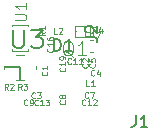
<source format=gto>
G04 #@! TF.GenerationSoftware,KiCad,Pcbnew,(5.1.0)-1*
G04 #@! TF.CreationDate,2019-05-02T19:51:03-07:00*
G04 #@! TF.ProjectId,Miniscope-v4-PYTHON480,4d696e69-7363-46f7-9065-2d76342d5059,rev?*
G04 #@! TF.SameCoordinates,PX20a5d00PY1ff2b60*
G04 #@! TF.FileFunction,Legend,Top*
G04 #@! TF.FilePolarity,Positive*
%FSLAX46Y46*%
G04 Gerber Fmt 4.6, Leading zero omitted, Abs format (unit mm)*
G04 Created by KiCad (PCBNEW (5.1.0)-1) date 2019-05-02 19:51:03*
%MOMM*%
%LPD*%
G04 APERTURE LIST*
%ADD10C,0.100000*%
%ADD11C,0.120000*%
%ADD12C,0.150000*%
%ADD13C,0.050000*%
%ADD14C,0.160000*%
%ADD15C,0.090000*%
G04 APERTURE END LIST*
D10*
X6423200Y8407400D02*
G75*
G03X6423200Y8407400I-50000J0D01*
G01*
D11*
X6309600Y8847400D02*
X7609600Y8847400D01*
X6309600Y7967400D02*
X6309600Y8847400D01*
X7609600Y7967400D02*
X6309600Y7967400D01*
X7609600Y8847400D02*
X7609600Y7967400D01*
D10*
X7571200Y7668200D02*
X7821200Y7668200D01*
X7571200Y6708200D02*
X7821200Y6708200D01*
X321000Y5229800D02*
X321000Y5539800D01*
X2981000Y5229800D02*
X2981000Y5539800D01*
X1296000Y4304800D02*
X2006000Y4304800D01*
X2006000Y6464800D02*
X1296000Y6464800D01*
D12*
X376000Y5384800D02*
X1651000Y5384800D01*
X1651000Y5384800D02*
X1651000Y4334800D01*
D10*
X2376400Y8844000D02*
X2376400Y8954000D01*
X2376400Y8954000D02*
X976400Y8954000D01*
X976400Y8954000D02*
X976400Y8844000D01*
X2376400Y6904000D02*
X2376400Y6794000D01*
X2376400Y6794000D02*
X976400Y6794000D01*
X976400Y6794000D02*
X976400Y6904000D01*
D12*
X7202380Y7916667D02*
X7916666Y7916667D01*
X8059523Y7869048D01*
X8154761Y7773810D01*
X8202380Y7630953D01*
X8202380Y7535715D01*
X7297619Y8345239D02*
X7250000Y8392858D01*
X7202380Y8488096D01*
X7202380Y8726191D01*
X7250000Y8821429D01*
X7297619Y8869048D01*
X7392857Y8916667D01*
X7488095Y8916667D01*
X7630952Y8869048D01*
X8202380Y8297620D01*
X8202380Y8916667D01*
D13*
X8146266Y8282810D02*
X7979600Y8520905D01*
X7860552Y8282810D02*
X7860552Y8782810D01*
X8051028Y8782810D01*
X8098647Y8759000D01*
X8122457Y8735191D01*
X8146266Y8687572D01*
X8146266Y8616143D01*
X8122457Y8568524D01*
X8098647Y8544715D01*
X8051028Y8520905D01*
X7860552Y8520905D01*
X8574838Y8616143D02*
X8574838Y8282810D01*
X8455790Y8806620D02*
X8336742Y8449477D01*
X8646266Y8449477D01*
X1796266Y3507610D02*
X1629600Y3745705D01*
X1510552Y3507610D02*
X1510552Y4007610D01*
X1701028Y4007610D01*
X1748647Y3983800D01*
X1772457Y3959991D01*
X1796266Y3912372D01*
X1796266Y3840943D01*
X1772457Y3793324D01*
X1748647Y3769515D01*
X1701028Y3745705D01*
X1510552Y3745705D01*
X1962933Y4007610D02*
X2272457Y4007610D01*
X2105790Y3817134D01*
X2177219Y3817134D01*
X2224838Y3793324D01*
X2248647Y3769515D01*
X2272457Y3721896D01*
X2272457Y3602848D01*
X2248647Y3555229D01*
X2224838Y3531420D01*
X2177219Y3507610D01*
X2034361Y3507610D01*
X1986742Y3531420D01*
X1962933Y3555229D01*
X653266Y3507610D02*
X486600Y3745705D01*
X367552Y3507610D02*
X367552Y4007610D01*
X558028Y4007610D01*
X605647Y3983800D01*
X629457Y3959991D01*
X653266Y3912372D01*
X653266Y3840943D01*
X629457Y3793324D01*
X605647Y3769515D01*
X558028Y3745705D01*
X367552Y3745705D01*
X843742Y3959991D02*
X867552Y3983800D01*
X915171Y4007610D01*
X1034219Y4007610D01*
X1081838Y3983800D01*
X1105647Y3959991D01*
X1129457Y3912372D01*
X1129457Y3864753D01*
X1105647Y3793324D01*
X819933Y3507610D01*
X1129457Y3507610D01*
X3756790Y8414467D02*
X3518695Y8247800D01*
X3756790Y8128753D02*
X3256790Y8128753D01*
X3256790Y8319229D01*
X3280600Y8366848D01*
X3304409Y8390658D01*
X3352028Y8414467D01*
X3423457Y8414467D01*
X3471076Y8390658D01*
X3494885Y8366848D01*
X3518695Y8319229D01*
X3518695Y8128753D01*
X3756790Y8890658D02*
X3756790Y8604943D01*
X3756790Y8747800D02*
X3256790Y8747800D01*
X3328219Y8700181D01*
X3375838Y8652562D01*
X3399647Y8604943D01*
D12*
X4545104Y6785020D02*
X4545104Y7785020D01*
X4783200Y7785020D01*
X4926057Y7737400D01*
X5021295Y7642162D01*
X5068914Y7546924D01*
X5116533Y7356448D01*
X5116533Y7213591D01*
X5068914Y7023115D01*
X5021295Y6927877D01*
X4926057Y6832639D01*
X4783200Y6785020D01*
X4545104Y6785020D01*
X6068914Y6785020D02*
X5497485Y6785020D01*
X5783200Y6785020D02*
X5783200Y7785020D01*
X5687961Y7642162D01*
X5592723Y7546924D01*
X5497485Y7499305D01*
D11*
X6170314Y6275258D02*
X6056028Y6332400D01*
X5941742Y6446686D01*
X5770314Y6618115D01*
X5656028Y6675258D01*
X5541742Y6675258D01*
X5598885Y6389543D02*
X5484600Y6446686D01*
X5370314Y6560972D01*
X5313171Y6789543D01*
X5313171Y7189543D01*
X5370314Y7418115D01*
X5484600Y7532400D01*
X5598885Y7589543D01*
X5827457Y7589543D01*
X5941742Y7532400D01*
X6056028Y7418115D01*
X6113171Y7189543D01*
X6113171Y6789543D01*
X6056028Y6560972D01*
X5941742Y6446686D01*
X5827457Y6389543D01*
X5598885Y6389543D01*
X7256028Y6389543D02*
X6570314Y6389543D01*
X6913171Y6389543D02*
X6913171Y7589543D01*
X6798885Y7418115D01*
X6684600Y7303829D01*
X6570314Y7246686D01*
D13*
X5453971Y5364172D02*
X5477780Y5340362D01*
X5501590Y5268934D01*
X5501590Y5221315D01*
X5477780Y5149886D01*
X5430161Y5102267D01*
X5382542Y5078458D01*
X5287304Y5054648D01*
X5215876Y5054648D01*
X5120638Y5078458D01*
X5073019Y5102267D01*
X5025400Y5149886D01*
X5001590Y5221315D01*
X5001590Y5268934D01*
X5025400Y5340362D01*
X5049209Y5364172D01*
X5501590Y5840362D02*
X5501590Y5554648D01*
X5501590Y5697505D02*
X5001590Y5697505D01*
X5073019Y5649886D01*
X5120638Y5602267D01*
X5144447Y5554648D01*
X5501590Y6078458D02*
X5501590Y6173696D01*
X5477780Y6221315D01*
X5453971Y6245124D01*
X5382542Y6292743D01*
X5287304Y6316553D01*
X5096828Y6316553D01*
X5049209Y6292743D01*
X5025400Y6268934D01*
X5001590Y6221315D01*
X5001590Y6126077D01*
X5025400Y6078458D01*
X5049209Y6054648D01*
X5096828Y6030839D01*
X5215876Y6030839D01*
X5263495Y6054648D01*
X5287304Y6078458D01*
X5311114Y6126077D01*
X5311114Y6221315D01*
X5287304Y6268934D01*
X5263495Y6292743D01*
X5215876Y6316553D01*
X3175971Y2205029D02*
X3152161Y2181220D01*
X3080733Y2157410D01*
X3033114Y2157410D01*
X2961685Y2181220D01*
X2914066Y2228839D01*
X2890257Y2276458D01*
X2866447Y2371696D01*
X2866447Y2443124D01*
X2890257Y2538362D01*
X2914066Y2585981D01*
X2961685Y2633600D01*
X3033114Y2657410D01*
X3080733Y2657410D01*
X3152161Y2633600D01*
X3175971Y2609791D01*
X3652161Y2157410D02*
X3366447Y2157410D01*
X3509304Y2157410D02*
X3509304Y2657410D01*
X3461685Y2585981D01*
X3414066Y2538362D01*
X3366447Y2514553D01*
X3818828Y2657410D02*
X4128352Y2657410D01*
X3961685Y2466934D01*
X4033114Y2466934D01*
X4080733Y2443124D01*
X4104542Y2419315D01*
X4128352Y2371696D01*
X4128352Y2252648D01*
X4104542Y2205029D01*
X4080733Y2181220D01*
X4033114Y2157410D01*
X3890257Y2157410D01*
X3842638Y2181220D01*
X3818828Y2205029D01*
X7366771Y5678467D02*
X7390580Y5654658D01*
X7414390Y5583229D01*
X7414390Y5535610D01*
X7390580Y5464181D01*
X7342961Y5416562D01*
X7295342Y5392753D01*
X7200104Y5368943D01*
X7128676Y5368943D01*
X7033438Y5392753D01*
X6985819Y5416562D01*
X6938200Y5464181D01*
X6914390Y5535610D01*
X6914390Y5583229D01*
X6938200Y5654658D01*
X6962009Y5678467D01*
X6962009Y5868943D02*
X6938200Y5892753D01*
X6914390Y5940372D01*
X6914390Y6059420D01*
X6938200Y6107039D01*
X6962009Y6130848D01*
X7009628Y6154658D01*
X7057247Y6154658D01*
X7128676Y6130848D01*
X7414390Y5845134D01*
X7414390Y6154658D01*
X2931466Y2814629D02*
X2907657Y2790820D01*
X2836228Y2767010D01*
X2788609Y2767010D01*
X2717180Y2790820D01*
X2669561Y2838439D01*
X2645752Y2886058D01*
X2621942Y2981296D01*
X2621942Y3052724D01*
X2645752Y3147962D01*
X2669561Y3195581D01*
X2717180Y3243200D01*
X2788609Y3267010D01*
X2836228Y3267010D01*
X2907657Y3243200D01*
X2931466Y3219391D01*
X3098133Y3267010D02*
X3407657Y3267010D01*
X3240990Y3076534D01*
X3312419Y3076534D01*
X3360038Y3052724D01*
X3383847Y3028915D01*
X3407657Y2981296D01*
X3407657Y2862248D01*
X3383847Y2814629D01*
X3360038Y2790820D01*
X3312419Y2767010D01*
X3169561Y2767010D01*
X3121942Y2790820D01*
X3098133Y2814629D01*
X7960666Y4723629D02*
X7936857Y4699820D01*
X7865428Y4676010D01*
X7817809Y4676010D01*
X7746380Y4699820D01*
X7698761Y4747439D01*
X7674952Y4795058D01*
X7651142Y4890296D01*
X7651142Y4961724D01*
X7674952Y5056962D01*
X7698761Y5104581D01*
X7746380Y5152200D01*
X7817809Y5176010D01*
X7865428Y5176010D01*
X7936857Y5152200D01*
X7960666Y5128391D01*
X8389238Y5009343D02*
X8389238Y4676010D01*
X8270190Y5199820D02*
X8151142Y4842677D01*
X8460666Y4842677D01*
X7435066Y2844029D02*
X7411257Y2820220D01*
X7339828Y2796410D01*
X7292209Y2796410D01*
X7220780Y2820220D01*
X7173161Y2867839D01*
X7149352Y2915458D01*
X7125542Y3010696D01*
X7125542Y3082124D01*
X7149352Y3177362D01*
X7173161Y3224981D01*
X7220780Y3272600D01*
X7292209Y3296410D01*
X7339828Y3296410D01*
X7411257Y3272600D01*
X7435066Y3248791D01*
X7601733Y3296410D02*
X7935066Y3296410D01*
X7720780Y2796410D01*
X5453971Y2579667D02*
X5477780Y2555858D01*
X5501590Y2484429D01*
X5501590Y2436810D01*
X5477780Y2365381D01*
X5430161Y2317762D01*
X5382542Y2293953D01*
X5287304Y2270143D01*
X5215876Y2270143D01*
X5120638Y2293953D01*
X5073019Y2317762D01*
X5025400Y2365381D01*
X5001590Y2436810D01*
X5001590Y2484429D01*
X5025400Y2555858D01*
X5049209Y2579667D01*
X5215876Y2865381D02*
X5192066Y2817762D01*
X5168257Y2793953D01*
X5120638Y2770143D01*
X5096828Y2770143D01*
X5049209Y2793953D01*
X5025400Y2817762D01*
X5001590Y2865381D01*
X5001590Y2960620D01*
X5025400Y3008239D01*
X5049209Y3032048D01*
X5096828Y3055858D01*
X5120638Y3055858D01*
X5168257Y3032048D01*
X5192066Y3008239D01*
X5215876Y2960620D01*
X5215876Y2865381D01*
X5239685Y2817762D01*
X5263495Y2793953D01*
X5311114Y2770143D01*
X5406352Y2770143D01*
X5453971Y2793953D01*
X5477780Y2817762D01*
X5501590Y2865381D01*
X5501590Y2960620D01*
X5477780Y3008239D01*
X5453971Y3032048D01*
X5406352Y3055858D01*
X5311114Y3055858D01*
X5263495Y3032048D01*
X5239685Y3008239D01*
X5215876Y2960620D01*
X2278866Y2217029D02*
X2255057Y2193220D01*
X2183628Y2169410D01*
X2136009Y2169410D01*
X2064580Y2193220D01*
X2016961Y2240839D01*
X1993152Y2288458D01*
X1969342Y2383696D01*
X1969342Y2455124D01*
X1993152Y2550362D01*
X2016961Y2597981D01*
X2064580Y2645600D01*
X2136009Y2669410D01*
X2183628Y2669410D01*
X2255057Y2645600D01*
X2278866Y2621791D01*
X2516961Y2169410D02*
X2612200Y2169410D01*
X2659819Y2193220D01*
X2683628Y2217029D01*
X2731247Y2288458D01*
X2755057Y2383696D01*
X2755057Y2574172D01*
X2731247Y2621791D01*
X2707438Y2645600D01*
X2659819Y2669410D01*
X2564580Y2669410D01*
X2516961Y2645600D01*
X2493152Y2621791D01*
X2469342Y2574172D01*
X2469342Y2455124D01*
X2493152Y2407505D01*
X2516961Y2383696D01*
X2564580Y2359886D01*
X2659819Y2359886D01*
X2707438Y2383696D01*
X2731247Y2407505D01*
X2755057Y2455124D01*
X5977771Y5714229D02*
X5953961Y5690420D01*
X5882533Y5666610D01*
X5834914Y5666610D01*
X5763485Y5690420D01*
X5715866Y5738039D01*
X5692057Y5785658D01*
X5668247Y5880896D01*
X5668247Y5952324D01*
X5692057Y6047562D01*
X5715866Y6095181D01*
X5763485Y6142800D01*
X5834914Y6166610D01*
X5882533Y6166610D01*
X5953961Y6142800D01*
X5977771Y6118991D01*
X6453961Y5666610D02*
X6168247Y5666610D01*
X6311104Y5666610D02*
X6311104Y6166610D01*
X6263485Y6095181D01*
X6215866Y6047562D01*
X6168247Y6023753D01*
X6930152Y5666610D02*
X6644438Y5666610D01*
X6787295Y5666610D02*
X6787295Y6166610D01*
X6739676Y6095181D01*
X6692057Y6047562D01*
X6644438Y6023753D01*
X7189171Y2230429D02*
X7165361Y2206620D01*
X7093933Y2182810D01*
X7046314Y2182810D01*
X6974885Y2206620D01*
X6927266Y2254239D01*
X6903457Y2301858D01*
X6879647Y2397096D01*
X6879647Y2468524D01*
X6903457Y2563762D01*
X6927266Y2611381D01*
X6974885Y2659000D01*
X7046314Y2682810D01*
X7093933Y2682810D01*
X7165361Y2659000D01*
X7189171Y2635191D01*
X7665361Y2182810D02*
X7379647Y2182810D01*
X7522504Y2182810D02*
X7522504Y2682810D01*
X7474885Y2611381D01*
X7427266Y2563762D01*
X7379647Y2539953D01*
X7855838Y2635191D02*
X7879647Y2659000D01*
X7927266Y2682810D01*
X8046314Y2682810D01*
X8093933Y2659000D01*
X8117742Y2635191D01*
X8141552Y2587572D01*
X8141552Y2539953D01*
X8117742Y2468524D01*
X7832028Y2182810D01*
X8141552Y2182810D01*
X3937771Y5030067D02*
X3961580Y5006258D01*
X3985390Y4934829D01*
X3985390Y4887210D01*
X3961580Y4815781D01*
X3913961Y4768162D01*
X3866342Y4744353D01*
X3771104Y4720543D01*
X3699676Y4720543D01*
X3604438Y4744353D01*
X3556819Y4768162D01*
X3509200Y4815781D01*
X3485390Y4887210D01*
X3485390Y4934829D01*
X3509200Y5006258D01*
X3533009Y5030067D01*
X3985390Y5506258D02*
X3985390Y5220543D01*
X3985390Y5363400D02*
X3485390Y5363400D01*
X3556819Y5315781D01*
X3604438Y5268162D01*
X3628247Y5220543D01*
X4409171Y6990572D02*
X4432980Y6966762D01*
X4456790Y6895334D01*
X4456790Y6847715D01*
X4432980Y6776286D01*
X4385361Y6728667D01*
X4337742Y6704858D01*
X4242504Y6681048D01*
X4171076Y6681048D01*
X4075838Y6704858D01*
X4028219Y6728667D01*
X3980600Y6776286D01*
X3956790Y6847715D01*
X3956790Y6895334D01*
X3980600Y6966762D01*
X4004409Y6990572D01*
X4456790Y7466762D02*
X4456790Y7181048D01*
X4456790Y7323905D02*
X3956790Y7323905D01*
X4028219Y7276286D01*
X4075838Y7228667D01*
X4099647Y7181048D01*
X3956790Y7895334D02*
X3956790Y7800096D01*
X3980600Y7752477D01*
X4004409Y7728667D01*
X4075838Y7681048D01*
X4171076Y7657239D01*
X4361552Y7657239D01*
X4409171Y7681048D01*
X4432980Y7704858D01*
X4456790Y7752477D01*
X4456790Y7847715D01*
X4432980Y7895334D01*
X4409171Y7919143D01*
X4361552Y7942953D01*
X4242504Y7942953D01*
X4194885Y7919143D01*
X4171076Y7895334D01*
X4147266Y7847715D01*
X4147266Y7752477D01*
X4171076Y7704858D01*
X4194885Y7681048D01*
X4242504Y7657239D01*
X7968571Y5678467D02*
X7992380Y5654658D01*
X8016190Y5583229D01*
X8016190Y5535610D01*
X7992380Y5464181D01*
X7944761Y5416562D01*
X7897142Y5392753D01*
X7801904Y5368943D01*
X7730476Y5368943D01*
X7635238Y5392753D01*
X7587619Y5416562D01*
X7540000Y5464181D01*
X7516190Y5535610D01*
X7516190Y5583229D01*
X7540000Y5654658D01*
X7563809Y5678467D01*
X7516190Y6130848D02*
X7516190Y5892753D01*
X7754285Y5868943D01*
X7730476Y5892753D01*
X7706666Y5940372D01*
X7706666Y6059420D01*
X7730476Y6107039D01*
X7754285Y6130848D01*
X7801904Y6154658D01*
X7920952Y6154658D01*
X7968571Y6130848D01*
X7992380Y6107039D01*
X8016190Y6059420D01*
X8016190Y5940372D01*
X7992380Y5892753D01*
X7968571Y5868943D01*
X7474771Y7959629D02*
X7450961Y7935820D01*
X7379533Y7912010D01*
X7331914Y7912010D01*
X7260485Y7935820D01*
X7212866Y7983439D01*
X7189057Y8031058D01*
X7165247Y8126296D01*
X7165247Y8197724D01*
X7189057Y8292962D01*
X7212866Y8340581D01*
X7260485Y8388200D01*
X7331914Y8412010D01*
X7379533Y8412010D01*
X7450961Y8388200D01*
X7474771Y8364391D01*
X7950961Y7912010D02*
X7665247Y7912010D01*
X7808104Y7912010D02*
X7808104Y8412010D01*
X7760485Y8340581D01*
X7712866Y8292962D01*
X7665247Y8269153D01*
X8117628Y8412010D02*
X8450961Y8412010D01*
X8236676Y7912010D01*
D12*
X11452266Y1335020D02*
X11452266Y620734D01*
X11404647Y477877D01*
X11309409Y382639D01*
X11166552Y335020D01*
X11071314Y335020D01*
X12452266Y335020D02*
X11880838Y335020D01*
X12166552Y335020D02*
X12166552Y1335020D01*
X12071314Y1192162D01*
X11976076Y1096924D01*
X11880838Y1049305D01*
D13*
X7533333Y3777962D02*
X7285714Y3777962D01*
X7285714Y4297962D01*
X7979047Y3777962D02*
X7681904Y3777962D01*
X7830476Y3777962D02*
X7830476Y4297962D01*
X7780952Y4223677D01*
X7731428Y4174153D01*
X7681904Y4149391D01*
X4794933Y8227562D02*
X4547314Y8227562D01*
X4547314Y8747562D01*
X4943504Y8698039D02*
X4968266Y8722800D01*
X5017790Y8747562D01*
X5141600Y8747562D01*
X5191123Y8722800D01*
X5215885Y8698039D01*
X5240647Y8648515D01*
X5240647Y8598991D01*
X5215885Y8524705D01*
X4918742Y8227562D01*
X5240647Y8227562D01*
D14*
X1104809Y8569562D02*
X1104809Y7298610D01*
X1179571Y7149086D01*
X1254333Y7074324D01*
X1403857Y6999562D01*
X1702904Y6999562D01*
X1852428Y7074324D01*
X1927190Y7149086D01*
X2001952Y7298610D01*
X2001952Y8569562D01*
X2600047Y8569562D02*
X3571952Y8569562D01*
X3048619Y7971467D01*
X3272904Y7971467D01*
X3422428Y7896705D01*
X3497190Y7821943D01*
X3571952Y7672420D01*
X3571952Y7298610D01*
X3497190Y7149086D01*
X3422428Y7074324D01*
X3272904Y6999562D01*
X2824333Y6999562D01*
X2674809Y7074324D01*
X2600047Y7149086D01*
D15*
X1272590Y9373048D02*
X2017352Y9373048D01*
X2104971Y9416858D01*
X2148780Y9460667D01*
X2192590Y9548286D01*
X2192590Y9723524D01*
X2148780Y9811143D01*
X2104971Y9854953D01*
X2017352Y9898762D01*
X1272590Y9898762D01*
X2192590Y10818762D02*
X2192590Y10293048D01*
X2192590Y10555905D02*
X1272590Y10555905D01*
X1404019Y10468286D01*
X1491638Y10380667D01*
X1535447Y10293048D01*
M02*

</source>
